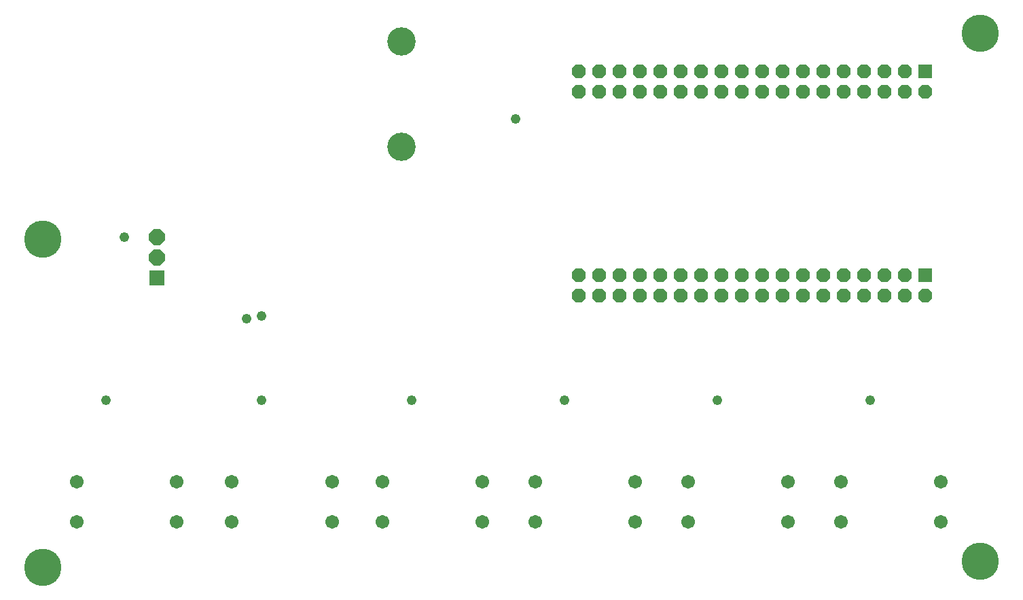
<source format=gbr>
G04 EAGLE Gerber RS-274X export*
G75*
%MOMM*%
%FSLAX34Y34*%
%LPD*%
%INSoldermask Bottom*%
%IPPOS*%
%AMOC8*
5,1,8,0,0,1.08239X$1,22.5*%
G01*
%ADD10P,2.144431X8X202.500000*%
%ADD11R,1.981200X1.981200*%
%ADD12C,1.703200*%
%ADD13R,1.727200X1.727200*%
%ADD14P,1.869504X8X202.500000*%
%ADD15C,3.530600*%
%ADD16C,4.648200*%
%ADD17C,1.219200*%


D10*
X190500Y431800D03*
D11*
X190500Y406400D03*
D10*
X190500Y457200D03*
D12*
X89900Y152000D03*
X89900Y102000D03*
X214900Y152000D03*
X214900Y102000D03*
X283575Y152000D03*
X283575Y102000D03*
X408575Y152000D03*
X408575Y102000D03*
X1042400Y152000D03*
X1042400Y102000D03*
X1167400Y152000D03*
X1167400Y102000D03*
X851900Y152000D03*
X851900Y102000D03*
X976900Y152000D03*
X976900Y102000D03*
D13*
X1147400Y663200D03*
D14*
X1147400Y637800D03*
X1122000Y663200D03*
X1122000Y637800D03*
X1096600Y663200D03*
X1096600Y637800D03*
X1071200Y663200D03*
X1071200Y637800D03*
X1045800Y663200D03*
X1045800Y637800D03*
X1020400Y663200D03*
X1020400Y637800D03*
X995000Y663200D03*
X995000Y637800D03*
X969600Y663200D03*
X969600Y637800D03*
X944200Y663200D03*
X944200Y637800D03*
X918800Y663200D03*
X918800Y637800D03*
X893400Y663200D03*
X893400Y637800D03*
X868000Y663200D03*
X868000Y637800D03*
X842600Y663200D03*
X842600Y637800D03*
X817200Y663200D03*
X817200Y637800D03*
X791800Y663200D03*
X791800Y637800D03*
X766400Y663200D03*
X766400Y637800D03*
X741000Y663200D03*
X741000Y637800D03*
X715600Y663200D03*
X715600Y637800D03*
D13*
X1147400Y409200D03*
D14*
X1147400Y383800D03*
X1122000Y409200D03*
X1122000Y383800D03*
X1096600Y409200D03*
X1096600Y383800D03*
X1071200Y409200D03*
X1071200Y383800D03*
X1045800Y409200D03*
X1045800Y383800D03*
X1020400Y409200D03*
X1020400Y383800D03*
X995000Y409200D03*
X995000Y383800D03*
X969600Y409200D03*
X969600Y383800D03*
X944200Y409200D03*
X944200Y383800D03*
X918800Y409200D03*
X918800Y383800D03*
X893400Y409200D03*
X893400Y383800D03*
X868000Y409200D03*
X868000Y383800D03*
X842600Y409200D03*
X842600Y383800D03*
X817200Y409200D03*
X817200Y383800D03*
X791800Y409200D03*
X791800Y383800D03*
X766400Y409200D03*
X766400Y383800D03*
X741000Y409200D03*
X741000Y383800D03*
X715600Y409200D03*
X715600Y383800D03*
D12*
X661400Y152000D03*
X661400Y102000D03*
X786400Y152000D03*
X786400Y102000D03*
X470900Y152000D03*
X470900Y102000D03*
X595900Y152000D03*
X595900Y102000D03*
D15*
X495300Y569341D03*
X495300Y700659D03*
D16*
X48260Y45720D03*
X48260Y454660D03*
X1216660Y711200D03*
X1216660Y53340D03*
D17*
X149860Y457200D03*
X301625Y355600D03*
X637540Y604520D03*
X127000Y254000D03*
X320675Y254000D03*
X1079500Y254000D03*
X889000Y254000D03*
X698500Y254000D03*
X508000Y254000D03*
X320675Y358775D03*
M02*

</source>
